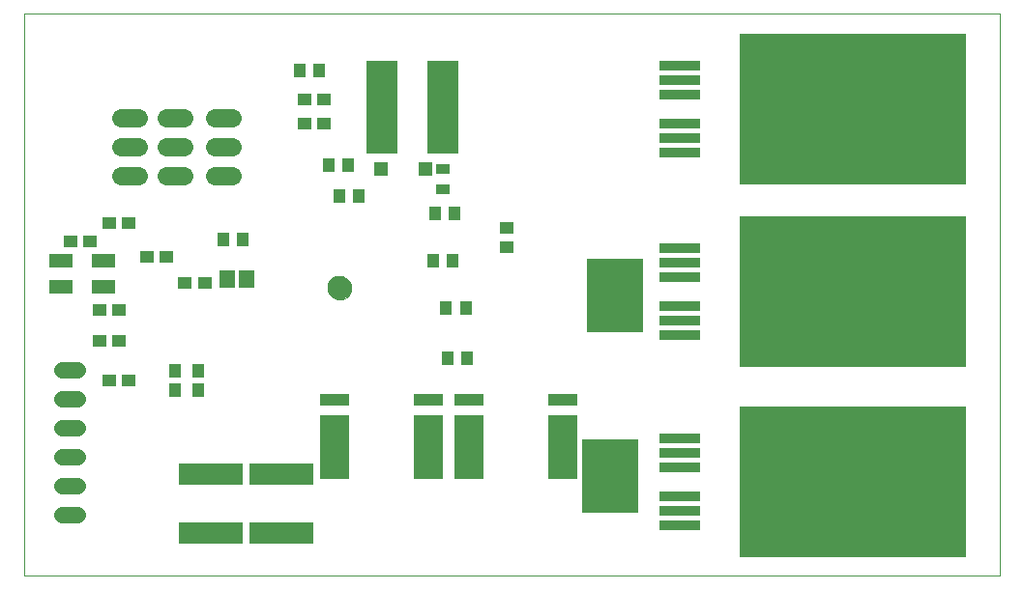
<source format=gbs>
G75*
%MOIN*%
%OFA0B0*%
%FSLAX25Y25*%
%IPPOS*%
%LPD*%
%AMOC8*
5,1,8,0,0,1.08239X$1,22.5*
%
%ADD10C,0.00000*%
%ADD11R,0.05124X0.03550*%
%ADD12R,0.05518X0.06306*%
%ADD13R,0.22054X0.07683*%
%ADD14R,0.04731X0.04337*%
%ADD15R,0.04724X0.04724*%
%ADD16C,0.06400*%
%ADD17R,0.11030X0.31896*%
%ADD18R,0.04337X0.04731*%
%ADD19R,0.19600X0.25800*%
%ADD20R,0.10000X0.22400*%
%ADD21R,0.10000X0.03900*%
%ADD22R,0.78400X0.52400*%
%ADD23R,0.14400X0.03200*%
%ADD24C,0.08274*%
%ADD25R,0.07880X0.04731*%
%ADD26C,0.05600*%
D10*
X0047976Y0001000D02*
X0047976Y0195000D01*
X0384226Y0195000D01*
X0384226Y0001000D01*
X0047976Y0001000D01*
X0152789Y0100375D02*
X0152791Y0100500D01*
X0152797Y0100625D01*
X0152807Y0100749D01*
X0152821Y0100873D01*
X0152838Y0100997D01*
X0152860Y0101120D01*
X0152886Y0101242D01*
X0152915Y0101364D01*
X0152948Y0101484D01*
X0152986Y0101603D01*
X0153026Y0101722D01*
X0153071Y0101838D01*
X0153119Y0101953D01*
X0153171Y0102067D01*
X0153227Y0102179D01*
X0153286Y0102289D01*
X0153348Y0102397D01*
X0153414Y0102504D01*
X0153483Y0102608D01*
X0153556Y0102709D01*
X0153631Y0102809D01*
X0153710Y0102906D01*
X0153792Y0103000D01*
X0153877Y0103092D01*
X0153964Y0103181D01*
X0154055Y0103267D01*
X0154148Y0103350D01*
X0154244Y0103431D01*
X0154342Y0103508D01*
X0154442Y0103582D01*
X0154545Y0103653D01*
X0154650Y0103720D01*
X0154758Y0103785D01*
X0154867Y0103845D01*
X0154978Y0103903D01*
X0155091Y0103956D01*
X0155205Y0104006D01*
X0155321Y0104053D01*
X0155438Y0104095D01*
X0155557Y0104134D01*
X0155677Y0104170D01*
X0155798Y0104201D01*
X0155920Y0104229D01*
X0156042Y0104252D01*
X0156166Y0104272D01*
X0156290Y0104288D01*
X0156414Y0104300D01*
X0156539Y0104308D01*
X0156664Y0104312D01*
X0156788Y0104312D01*
X0156913Y0104308D01*
X0157038Y0104300D01*
X0157162Y0104288D01*
X0157286Y0104272D01*
X0157410Y0104252D01*
X0157532Y0104229D01*
X0157654Y0104201D01*
X0157775Y0104170D01*
X0157895Y0104134D01*
X0158014Y0104095D01*
X0158131Y0104053D01*
X0158247Y0104006D01*
X0158361Y0103956D01*
X0158474Y0103903D01*
X0158585Y0103845D01*
X0158695Y0103785D01*
X0158802Y0103720D01*
X0158907Y0103653D01*
X0159010Y0103582D01*
X0159110Y0103508D01*
X0159208Y0103431D01*
X0159304Y0103350D01*
X0159397Y0103267D01*
X0159488Y0103181D01*
X0159575Y0103092D01*
X0159660Y0103000D01*
X0159742Y0102906D01*
X0159821Y0102809D01*
X0159896Y0102709D01*
X0159969Y0102608D01*
X0160038Y0102504D01*
X0160104Y0102397D01*
X0160166Y0102289D01*
X0160225Y0102179D01*
X0160281Y0102067D01*
X0160333Y0101953D01*
X0160381Y0101838D01*
X0160426Y0101722D01*
X0160466Y0101603D01*
X0160504Y0101484D01*
X0160537Y0101364D01*
X0160566Y0101242D01*
X0160592Y0101120D01*
X0160614Y0100997D01*
X0160631Y0100873D01*
X0160645Y0100749D01*
X0160655Y0100625D01*
X0160661Y0100500D01*
X0160663Y0100375D01*
X0160661Y0100250D01*
X0160655Y0100125D01*
X0160645Y0100001D01*
X0160631Y0099877D01*
X0160614Y0099753D01*
X0160592Y0099630D01*
X0160566Y0099508D01*
X0160537Y0099386D01*
X0160504Y0099266D01*
X0160466Y0099147D01*
X0160426Y0099028D01*
X0160381Y0098912D01*
X0160333Y0098797D01*
X0160281Y0098683D01*
X0160225Y0098571D01*
X0160166Y0098461D01*
X0160104Y0098353D01*
X0160038Y0098246D01*
X0159969Y0098142D01*
X0159896Y0098041D01*
X0159821Y0097941D01*
X0159742Y0097844D01*
X0159660Y0097750D01*
X0159575Y0097658D01*
X0159488Y0097569D01*
X0159397Y0097483D01*
X0159304Y0097400D01*
X0159208Y0097319D01*
X0159110Y0097242D01*
X0159010Y0097168D01*
X0158907Y0097097D01*
X0158802Y0097030D01*
X0158694Y0096965D01*
X0158585Y0096905D01*
X0158474Y0096847D01*
X0158361Y0096794D01*
X0158247Y0096744D01*
X0158131Y0096697D01*
X0158014Y0096655D01*
X0157895Y0096616D01*
X0157775Y0096580D01*
X0157654Y0096549D01*
X0157532Y0096521D01*
X0157410Y0096498D01*
X0157286Y0096478D01*
X0157162Y0096462D01*
X0157038Y0096450D01*
X0156913Y0096442D01*
X0156788Y0096438D01*
X0156664Y0096438D01*
X0156539Y0096442D01*
X0156414Y0096450D01*
X0156290Y0096462D01*
X0156166Y0096478D01*
X0156042Y0096498D01*
X0155920Y0096521D01*
X0155798Y0096549D01*
X0155677Y0096580D01*
X0155557Y0096616D01*
X0155438Y0096655D01*
X0155321Y0096697D01*
X0155205Y0096744D01*
X0155091Y0096794D01*
X0154978Y0096847D01*
X0154867Y0096905D01*
X0154757Y0096965D01*
X0154650Y0097030D01*
X0154545Y0097097D01*
X0154442Y0097168D01*
X0154342Y0097242D01*
X0154244Y0097319D01*
X0154148Y0097400D01*
X0154055Y0097483D01*
X0153964Y0097569D01*
X0153877Y0097658D01*
X0153792Y0097750D01*
X0153710Y0097844D01*
X0153631Y0097941D01*
X0153556Y0098041D01*
X0153483Y0098142D01*
X0153414Y0098246D01*
X0153348Y0098353D01*
X0153286Y0098461D01*
X0153227Y0098571D01*
X0153171Y0098683D01*
X0153119Y0098797D01*
X0153071Y0098912D01*
X0153026Y0099028D01*
X0152986Y0099147D01*
X0152948Y0099266D01*
X0152915Y0099386D01*
X0152886Y0099508D01*
X0152860Y0099630D01*
X0152838Y0099753D01*
X0152821Y0099877D01*
X0152807Y0100001D01*
X0152797Y0100125D01*
X0152791Y0100250D01*
X0152789Y0100375D01*
D11*
X0192351Y0134332D03*
X0192351Y0141418D03*
D12*
X0124447Y0103500D03*
X0117754Y0103500D03*
D13*
X0112351Y0036039D03*
X0136726Y0036039D03*
X0136726Y0015961D03*
X0112351Y0015961D03*
D14*
X0083822Y0068500D03*
X0077129Y0068500D03*
X0074004Y0082250D03*
X0080697Y0082250D03*
X0080697Y0092875D03*
X0074004Y0092875D03*
X0103379Y0102250D03*
X0110072Y0102250D03*
X0096947Y0111000D03*
X0090254Y0111000D03*
X0070697Y0116625D03*
X0064004Y0116625D03*
X0077129Y0122875D03*
X0083822Y0122875D03*
X0144629Y0157250D03*
X0151322Y0157250D03*
X0151322Y0165375D03*
X0144629Y0165375D03*
X0214226Y0121221D03*
X0214226Y0114529D03*
D15*
X0186278Y0141625D03*
X0170924Y0141625D03*
D16*
X0119726Y0139125D02*
X0113726Y0139125D01*
X0102851Y0139125D02*
X0096851Y0139125D01*
X0087226Y0139125D02*
X0081226Y0139125D01*
X0081226Y0149125D02*
X0087226Y0149125D01*
X0096851Y0149125D02*
X0102851Y0149125D01*
X0113726Y0149125D02*
X0119726Y0149125D01*
X0119726Y0159125D02*
X0113726Y0159125D01*
X0102851Y0159125D02*
X0096851Y0159125D01*
X0087226Y0159125D02*
X0081226Y0159125D01*
D17*
X0171293Y0162875D03*
X0192159Y0162875D03*
D18*
X0159447Y0142875D03*
X0152754Y0142875D03*
X0156504Y0132250D03*
X0163197Y0132250D03*
X0189629Y0126000D03*
X0196322Y0126000D03*
X0195697Y0109750D03*
X0189004Y0109750D03*
X0193379Y0093500D03*
X0200072Y0093500D03*
X0200697Y0076000D03*
X0194004Y0076000D03*
X0123197Y0117250D03*
X0116504Y0117250D03*
X0107976Y0071846D03*
X0107976Y0065154D03*
X0099851Y0065154D03*
X0099851Y0071846D03*
X0142754Y0175375D03*
X0149447Y0175375D03*
D19*
X0251726Y0097875D03*
X0249851Y0035375D03*
D20*
X0233551Y0045625D03*
X0201151Y0045625D03*
X0187301Y0045625D03*
X0154901Y0045625D03*
D21*
X0154901Y0061875D03*
X0187301Y0061875D03*
X0201151Y0061875D03*
X0233551Y0061875D03*
D22*
X0333601Y0033500D03*
X0333601Y0099125D03*
X0333601Y0162250D03*
D23*
X0274051Y0157250D03*
X0274051Y0152250D03*
X0274051Y0147250D03*
X0274051Y0167250D03*
X0274051Y0172250D03*
X0274051Y0177250D03*
X0274051Y0114125D03*
X0274051Y0109125D03*
X0274051Y0104125D03*
X0274051Y0094125D03*
X0274051Y0089125D03*
X0274051Y0084125D03*
X0274051Y0048500D03*
X0274051Y0043500D03*
X0274051Y0038500D03*
X0274051Y0028500D03*
X0274051Y0023500D03*
X0274051Y0018500D03*
D24*
X0156726Y0100375D03*
D25*
X0075259Y0100847D03*
X0060692Y0100847D03*
X0060692Y0109903D03*
X0075259Y0109903D03*
D26*
X0066201Y0072250D02*
X0061001Y0072250D01*
X0061001Y0062250D02*
X0066201Y0062250D01*
X0066201Y0052250D02*
X0061001Y0052250D01*
X0061001Y0042250D02*
X0066201Y0042250D01*
X0066201Y0032250D02*
X0061001Y0032250D01*
X0061001Y0022250D02*
X0066201Y0022250D01*
M02*

</source>
